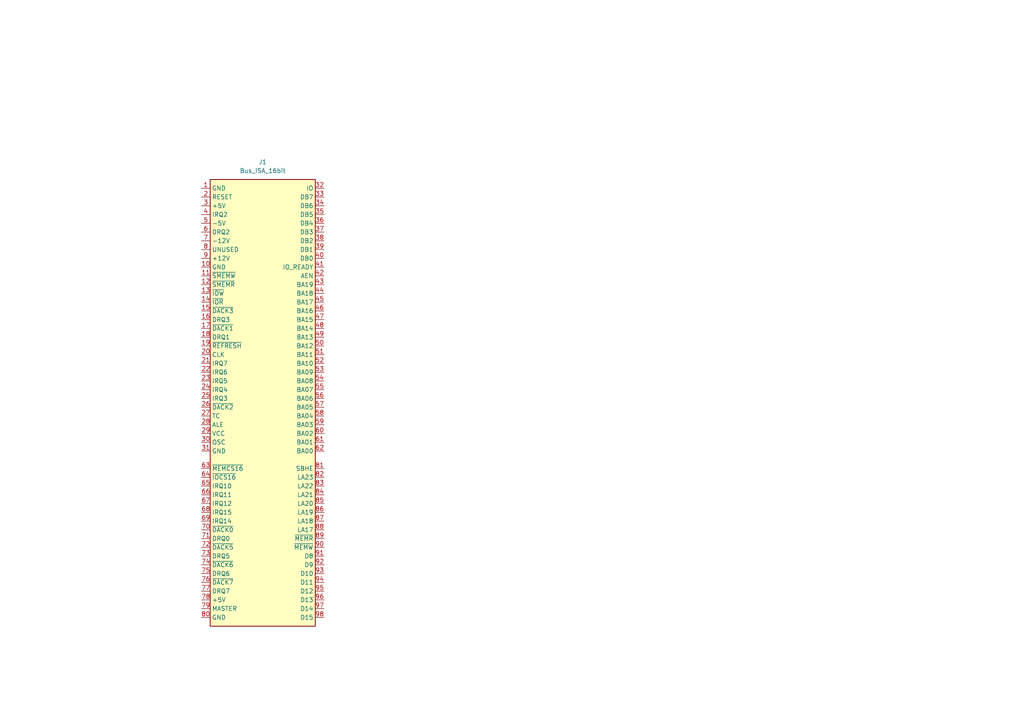
<source format=kicad_sch>
(kicad_sch (version 20231120) (generator "eeschema") (generator_version "8.0")
  (paper "A4")
  (lib_symbols
    (symbol "Connector:Bus_ISA_16bit"
      (property "Reference" "J" (at 0 67.945 0))
      (property "Value" "Bus_ISA_16bit" (at 0 -65.405 0))
      (symbol "Bus_ISA_16bit_0_1"
        (rectangle (start -15.24 -63.5) (end 15.24 66.04) (stroke (width 0.254)) (fill (type background)))
      )
      (symbol "Bus_ISA_16bit_1_1"
        (pin power_in line (at -17.78 63.5 0) (length 2.54) (name "GND") (number "1"))
        (pin power_in line (at -17.78 40.64 0) (length 2.54) (name "GND") (number "10"))
        (pin output line (at -17.78 38.1 0) (length 2.54) (name "~{SMEMW}") (number "11"))
        (pin output line (at -17.78 35.56 0) (length 2.54) (name "~{SMEMR}") (number "12"))
        (pin output line (at -17.78 33.02 0) (length 2.54) (name "~{IOW}") (number "13"))
        (pin output line (at -17.78 30.48 0) (length 2.54) (name "~{IOR}") (number "14"))
        (pin passive line (at -17.78 27.94 0) (length 2.54) (name "~{DACK3}") (number "15"))
        (pin passive line (at -17.78 25.4 0) (length 2.54) (name "DRQ3") (number "16"))
        (pin passive line (at -17.78 22.86 0) (length 2.54) (name "~{DACK1}") (number "17"))
        (pin passive line (at -17.78 20.32 0) (length 2.54) (name "DRQ1") (number "18"))
        (pin passive line (at -17.78 17.78 0) (length 2.54) (name "~{REFRESH}") (number "19"))
        (pin output line (at -17.78 60.96 0) (length 2.54) (name "RESET") (number "2"))
        (pin output line (at -17.78 15.24 0) (length 2.54) (name "CLK") (number "20"))
        (pin passive line (at -17.78 12.7 0) (length 2.54) (name "IRQ7") (number "21"))
        (pin passive line (at -17.78 10.16 0) (length 2.54) (name "IRQ6") (number "22"))
        (pin passive line (at -17.78 7.62 0) (length 2.54) (name "IRQ5") (number "23"))
        (pin passive line (at -17.78 5.08 0) (length 2.54) (name "IRQ4") (number "24"))
        (pin passive line (at -17.78 2.54 0) (length 2.54) (name "IRQ3") (number "25"))
        (pin passive line (at -17.78 0 0) (length 2.54) (name "~{DACK2}") (number "26"))
        (pin passive line (at -17.78 -2.54 0) (length 2.54) (name "TC") (number "27"))
        (pin output line (at -17.78 -5.08 0) (length 2.54) (name "ALE") (number "28"))
        (pin power_in line (at -17.78 -7.62 0) (length 2.54) (name "VCC") (number "29"))
        (pin power_in line (at -17.78 58.42 0) (length 2.54) (name "+5V") (number "3"))
        (pin output line (at -17.78 -10.16 0) (length 2.54) (name "OSC") (number "30"))
        (pin power_in line (at -17.78 -12.7 0) (length 2.54) (name "GND") (number "31"))
        (pin passive line (at 17.78 63.5 180) (length 2.54) (name "IO") (number "32"))
        (pin tri_state line (at 17.78 60.96 180) (length 2.54) (name "DB7") (number "33"))
        (pin tri_state line (at 17.78 58.42 180) (length 2.54) (name "DB6") (number "34"))
        (pin tri_state line (at 17.78 55.88 180) (length 2.54) (name "DB5") (number "35"))
        (pin tri_state line (at 17.78 53.34 180) (length 2.54) (name "DB4") (number "36"))
        (pin tri_state line (at 17.78 50.8 180) (length 2.54) (name "DB3") (number "37"))
        (pin tri_state line (at 17.78 48.26 180) (length 2.54) (name "DB2") (number "38"))
        (pin tri_state line (at 17.78 45.72 180) (length 2.54) (name "DB1") (number "39"))
        (pin passive line (at -17.78 55.88 0) (length 2.54) (name "IRQ2") (number "4"))
        (pin tri_state line (at 17.78 43.18 180) (length 2.54) (name "DB0") (number "40"))
        (pin passive line (at 17.78 40.64 180) (length 2.54) (name "IO_READY") (number "41"))
        (pin output line (at 17.78 38.1 180) (length 2.54) (name "AEN") (number "42"))
        (pin tri_state line (at 17.78 35.56 180) (length 2.54) (name "BA19") (number "43"))
        (pin tri_state line (at 17.78 33.02 180) (length 2.54) (name "BA18") (number "44"))
        (pin tri_state line (at 17.78 30.48 180) (length 2.54) (name "BA17") (number "45"))
        (pin tri_state line (at 17.78 27.94 180) (length 2.54) (name "BA16") (number "46"))
        (pin tri_state line (at 17.78 25.4 180) (length 2.54) (name "BA15") (number "47"))
        (pin tri_state line (at 17.78 22.86 180) (length 2.54) (name "BA14") (number "48"))
        (pin tri_state line (at 17.78 20.32 180) (length 2.54) (name "BA13") (number "49"))
        (pin power_in line (at -17.78 53.34 0) (length 2.54) (name "-5V") (number "5"))
        (pin tri_state line (at 17.78 17.78 180) (length 2.54) (name "BA12") (number "50"))
        (pin tri_state line (at 17.78 15.24 180) (length 2.54) (name "BA11") (number "51"))
        (pin tri_state line (at 17.78 12.7 180) (length 2.54) (name "BA10") (number "52"))
        (pin tri_state line (at 17.78 10.16 180) (length 2.54) (name "BA09") (number "53"))
        (pin tri_state line (at 17.78 7.62 180) (length 2.54) (name "BA08") (number "54"))
        (pin tri_state line (at 17.78 5.08 180) (length 2.54) (name "BA07") (number "55"))
        (pin tri_state line (at 17.78 2.54 180) (length 2.54) (name "BA06") (number "56"))
        (pin tri_state line (at 17.78 0 180) (length 2.54) (name "BA05") (number "57"))
        (pin tri_state line (at 17.78 -2.54 180) (length 2.54) (name "BA04") (number "58"))
        (pin tri_state line (at 17.78 -5.08 180) (length 2.54) (name "BA03") (number "59"))
        (pin passive line (at -17.78 50.8 0) (length 2.54) (name "DRQ2") (number "6"))
        (pin tri_state line (at 17.78 -7.62 180) (length 2.54) (name "BA02") (number "60"))
        (pin tri_state line (at 17.78 -10.16 180) (length 2.54) (name "BA01") (number "61"))
        (pin tri_state line (at 17.78 -12.7 180) (length 2.54) (name "BA00") (number "62"))
        (pin passive line (at -17.78 -17.78 0) (length 2.54) (name "~{MEMCS16}") (number "63"))
        (pin passive line (at -17.78 -20.32 0) (length 2.54) (name "~{IOCS16}") (number "64"))
        (pin passive line (at -17.78 -22.86 0) (length 2.54) (name "IRQ10") (number "65"))
        (pin passive line (at -17.78 -25.4 0) (length 2.54) (name "IRQ11") (number "66"))
        (pin passive line (at -17.78 -27.94 0) (length 2.54) (name "IRQ12") (number "67"))
        (pin passive line (at -17.78 -30.48 0) (length 2.54) (name "IRQ15") (number "68"))
        (pin passive line (at -17.78 -33.02 0) (length 2.54) (name "IRQ14") (number "69"))
        (pin power_in line (at -17.78 48.26 0) (length 2.54) (name "-12V") (number "7"))
        (pin output line (at -17.78 -35.56 0) (length 2.54) (name "~{DACK0}") (number "70"))
        (pin passive line (at -17.78 -38.1 0) (length 2.54) (name "DRQ0") (number "71"))
        (pin output line (at -17.78 -40.64 0) (length 2.54) (name "~{DACK5}") (number "72"))
        (pin passive line (at -17.78 -43.18 0) (length 2.54) (name "DRQ5") (number "73"))
        (pin output line (at -17.78 -45.72 0) (length 2.54) (name "~{DACK6}") (number "74"))
        (pin passive line (at -17.78 -48.26 0) (length 2.54) (name "DRQ6") (number "75"))
        (pin output line (at -17.78 -50.8 0) (length 2.54) (name "~{DACK7}") (number "76"))
        (pin passive line (at -17.78 -53.34 0) (length 2.54) (name "DRQ7") (number "77"))
        (pin power_in line (at -17.78 -55.88 0) (length 2.54) (name "+5V") (number "78"))
        (pin passive line (at -17.78 -58.42 0) (length 2.54) (name "MASTER") (number "79"))
        (pin passive line (at -17.78 45.72 0) (length 2.54) (name "UNUSED") (number "8"))
        (pin power_in line (at -17.78 -60.96 0) (length 2.54) (name "GND") (number "80"))
        (pin passive line (at 17.78 -17.78 180) (length 2.54) (name "SBHE") (number "81"))
        (pin passive line (at 17.78 -20.32 180) (length 2.54) (name "LA23") (number "82"))
        (pin passive line (at 17.78 -22.86 180) (length 2.54) (name "LA22") (number "83"))
        (pin passive line (at 17.78 -25.4 180) (length 2.54) (name "LA21") (number "84"))
        (pin passive line (at 17.78 -27.94 180) (length 2.54) (name "LA20") (number "85"))
        (pin passive line (at 17.78 -30.48 180) (length 2.54) (name "LA19") (number "86"))
        (pin passive line (at 17.78 -33.02 180) (length 2.54) (name "LA18") (number "87"))
        (pin passive line (at 17.78 -35.56 180) (length 2.54) (name "LA17") (number "88"))
        (pin output line (at 17.78 -38.1 180) (length 2.54) (name "~{MEMR}") (number "89"))
        (pin power_in line (at -17.78 43.18 0) (length 2.54) (name "+12V") (number "9"))
        (pin output line (at 17.78 -40.64 180) (length 2.54) (name "~{MEMW}") (number "90"))
        (pin tri_state line (at 17.78 -43.18 180) (length 2.54) (name "D8") (number "91"))
        (pin tri_state line (at 17.78 -45.72 180) (length 2.54) (name "D9") (number "92"))
        (pin tri_state line (at 17.78 -48.26 180) (length 2.54) (name "D10") (number "93"))
        (pin tri_state line (at 17.78 -50.8 180) (length 2.54) (name "D11") (number "94"))
        (pin tri_state line (at 17.78 -53.34 180) (length 2.54) (name "D12") (number "95"))
        (pin tri_state line (at 17.78 -55.88 180) (length 2.54) (name "D13") (number "96"))
        (pin tri_state line (at 17.78 -58.42 180) (length 2.54) (name "D14") (number "97"))
        (pin tri_state line (at 17.78 -60.96 180) (length 2.54) (name "D15") (number "98"))
      )
    )
  )
  (symbol (lib_id "Connector:Bus_ISA_16bit") (at 76.2 118.11 0) (unit 1)
    (property "Reference" "J1" (at 76.2 46.99 0))
    (property "Value" "Bus_ISA_16bit" (at 76.2 49.53 0))
    (property "Datasheet" "https://en.wikipedia.org/wiki/Industry_Standard_Architecture" (effects (hide yes)))
    (property "Description" "16-bit ISA-AT bus connector" (effects (hide yes)))
  )
)
</source>
